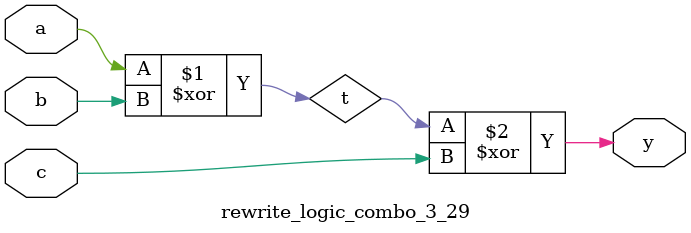
<source format=sv>
module rewrite_logic_combo_3_29(input logic a,b,c, output logic y);
  logic t;
  assign t = a ^ b;
  assign y = t ^ c;
endmodule

</source>
